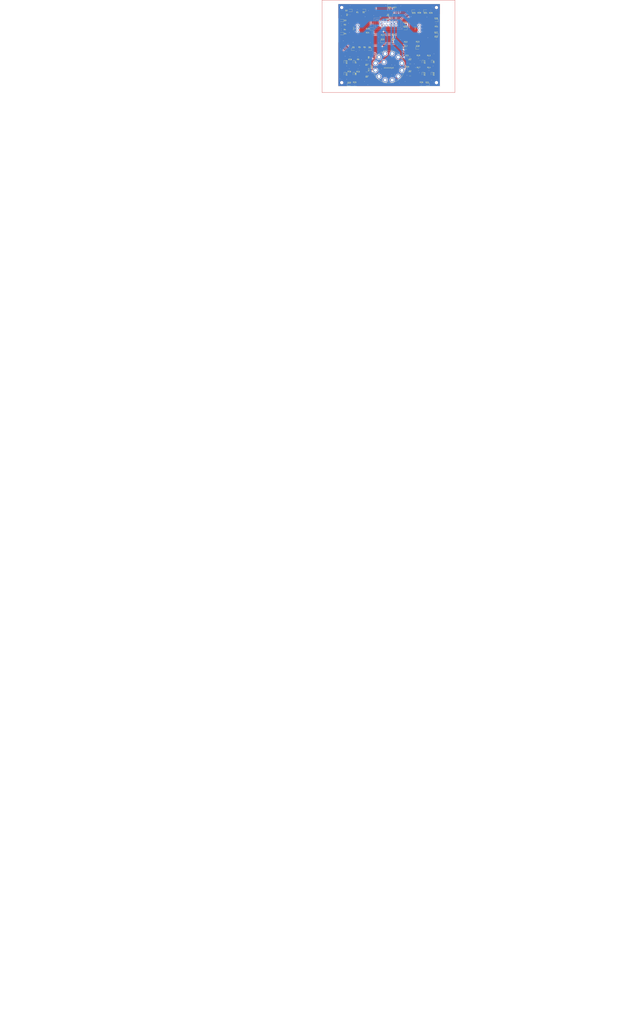
<source format=kicad_pcb>
(kicad_pcb
	(version 20240108)
	(generator "pcbnew")
	(generator_version "8.0")
	(general
		(thickness 1.6)
		(legacy_teardrops no)
	)
	(paper "A4")
	(layers
		(0 "F.Cu" signal)
		(31 "B.Cu" signal)
		(34 "B.Paste" user)
		(35 "F.Paste" user)
		(36 "B.SilkS" user "B.Silkscreen")
		(37 "F.SilkS" user "F.Silkscreen")
		(38 "B.Mask" user)
		(39 "F.Mask" user)
		(44 "Edge.Cuts" user)
		(45 "Margin" user)
		(46 "B.CrtYd" user "B.Courtyard")
		(47 "F.CrtYd" user "F.Courtyard")
		(48 "B.Fab" user)
		(49 "F.Fab" user)
	)
	(setup
		(stackup
			(layer "F.SilkS"
				(type "Top Silk Screen")
				(color "White")
			)
			(layer "F.Paste"
				(type "Top Solder Paste")
			)
			(layer "F.Mask"
				(type "Top Solder Mask")
				(color "Black")
				(thickness 0.01)
			)
			(layer "F.Cu"
				(type "copper")
				(thickness 0.035)
			)
			(layer "dielectric 1"
				(type "core")
				(thickness 1.51)
				(material "FR4")
				(epsilon_r 4.5)
				(loss_tangent 0.02)
			)
			(layer "B.Cu"
				(type "copper")
				(thickness 0.035)
			)
			(layer "B.Mask"
				(type "Bottom Solder Mask")
				(color "Black")
				(thickness 0.01)
			)
			(layer "B.Paste"
				(type "Bottom Solder Paste")
			)
			(layer "B.SilkS"
				(type "Bottom Silk Screen")
				(color "White")
			)
			(copper_finish "None")
			(dielectric_constraints yes)
		)
		(pad_to_mask_clearance 0)
		(allow_soldermask_bridges_in_footprints no)
		(aux_axis_origin 83.75 126.71)
		(grid_origin 83.75 126.71)
		(pcbplotparams
			(layerselection 0x00010fc_ffffffff)
			(plot_on_all_layers_selection 0x0000000_00000000)
			(disableapertmacros no)
			(usegerberextensions no)
			(usegerberattributes yes)
			(usegerberadvancedattributes yes)
			(creategerberjobfile yes)
			(dashed_line_dash_ratio 12.000000)
			(dashed_line_gap_ratio 3.000000)
			(svgprecision 4)
			(plotframeref no)
			(viasonmask no)
			(mode 1)
			(useauxorigin no)
			(hpglpennumber 1)
			(hpglpenspeed 20)
			(hpglpendiameter 15.000000)
			(pdf_front_fp_property_popups yes)
			(pdf_back_fp_property_popups yes)
			(dxfpolygonmode yes)
			(dxfimperialunits yes)
			(dxfusepcbnewfont yes)
			(psnegative no)
			(psa4output no)
			(plotreference yes)
			(plotvalue yes)
			(plotfptext yes)
			(plotinvisibletext no)
			(sketchpadsonfab no)
			(subtractmaskfromsilk no)
			(outputformat 1)
			(mirror no)
			(drillshape 1)
			(scaleselection 1)
			(outputdirectory "")
		)
	)
	(net 0 "")
	(net 1 "/ENG 1 Master")
	(net 2 "GND")
	(net 3 "/ENG 2 Master")
	(net 4 "/LED_PWR")
	(net 5 "Net-(D1-A)")
	(net 6 "Net-(D2-A)")
	(net 7 "Net-(D3-A)")
	(net 8 "Net-(D4-A)")
	(net 9 "Net-(D5-A)")
	(net 10 "Net-(D6-A)")
	(net 11 "Net-(D7-K)")
	(net 12 "Net-(D8-K)")
	(net 13 "Net-(D9-K)")
	(net 14 "Net-(D10-K)")
	(net 15 "/PWM_1")
	(net 16 "VBUS")
	(net 17 "Net-(D15-A)")
	(net 18 "/ENG 1 Fire")
	(net 19 "/ENG 1 Fault")
	(net 20 "Net-(D16-A)")
	(net 21 "/ENG 2 Fire")
	(net 22 "/ENG 2 Fault")
	(net 23 "+3V3")
	(net 24 "/MODE Start")
	(net 25 "Net-(D11-K)")
	(net 26 "Net-(D12-K)")
	(net 27 "Net-(D13-K)")
	(net 28 "Net-(D14-K)")
	(net 29 "Net-(D13-A)")
	(net 30 "Net-(D11-A)")
	(net 31 "Net-(D14-A)")
	(net 32 "Net-(D10-A)")
	(net 33 "Net-(D17-A)")
	(net 34 "Net-(D18-A)")
	(net 35 "Net-(D19-A)")
	(net 36 "Net-(D20-A)")
	(net 37 "Net-(D21-A)")
	(net 38 "Net-(D22-A)")
	(net 39 "Net-(D23-A)")
	(net 40 "Net-(D24-A)")
	(net 41 "Net-(D25-A)")
	(net 42 "Net-(D26-A)")
	(net 43 "Net-(D27-A)")
	(net 44 "/MODE Crank")
	(net 45 "unconnected-(SW3-Pad2)")
	(net 46 "unconnected-(SW3-Pad3)")
	(net 47 "unconnected-(SW3-Pad5)")
	(net 48 "unconnected-(SW3-Pad6)")
	(net 49 "unconnected-(SW3-Pad7)")
	(net 50 "unconnected-(SW3-Pad8)")
	(net 51 "unconnected-(SW3-Pad9)")
	(net 52 "unconnected-(SW3-Pad10)")
	(net 53 "unconnected-(SW3-Pad11)")
	(net 54 "unconnected-(SW3-Pad12)")
	(footprint "LED_SMD:LED_0805_2012Metric" (layer "F.Cu") (at 105.85 120.31))
	(footprint "LED_SMD:LED_0805_2012Metric" (layer "F.Cu") (at 169.3125 120.145 180))
	(footprint "Resistor_SMD:R_0805_2012Metric" (layer "F.Cu") (at 114.1375 91.51 180))
	(footprint "Resistor_SMD:R_0603_1608Metric" (layer "F.Cu") (at 153.15 107.31))
	(footprint "LED_SMD:LED_0805_2012Metric" (layer "F.Cu") (at 117.65 60.01 180))
	(footprint "LED_SMD:LED_0603_1608Metric" (layer "F.Cu") (at 173.25 101.9225 -90))
	(footprint "MountingHole:MountingHole_2.2mm_M2" (layer "F.Cu") (at 176.75 118.71))
	(footprint "LED_SMD:LED_0805_2012Metric" (layer "F.Cu") (at 141.6125 85.21))
	(footprint "Package_TO_SOT_SMD:SOT-23-3" (layer "F.Cu") (at 119.9125 101.96 180))
	(footprint "LED_SMD:LED_0603_1608Metric" (layer "F.Cu") (at 165.75 101.9225 -90))
	(footprint "Resistor_SMD:R_0603_1608Metric" (layer "F.Cu") (at 152.925 98.11))
	(footprint "Resistor_SMD:R_0805_2012Metric" (layer "F.Cu") (at 118.3375 91.61))
	(footprint "LED_SMD:LED_0805_2012Metric" (layer "F.Cu") (at 161.5125 90.61))
	(footprint "Resistor_SMD:R_0805_2012Metric" (layer "F.Cu") (at 142.95 56.11 180))
	(footprint "LED_SMD:LED_0805_2012Metric" (layer "F.Cu") (at 124.34 75.115))
	(footprint "Resistor_SMD:R_0805_2012Metric" (layer "F.Cu") (at 172.15 60.51 180))
	(footprint "Resistor_SMD:R_0805_2012Metric" (layer "F.Cu") (at 132.9875 81.71))
	(footprint "LED_SMD:LED_0805_2012Metric" (layer "F.Cu") (at 176.45 79.61 180))
	(footprint "Resistor_SMD:R_0805_2012Metric" (layer "F.Cu") (at 113 108.21 180))
	(footprint "Resistor_SMD:R_0805_2012Metric" (layer "F.Cu") (at 112.45 60.01))
	(footprint "NiasStuff:C&K_Rotary_Switches" (layer "F.Cu") (at 137.901115 105.861115 90))
	(footprint "LED_SMD:LED_0603_1608Metric" (layer "F.Cu") (at 102.35 102.1225 -90))
	(footprint "Resistor_SMD:R_0805_2012Metric" (layer "F.Cu") (at 105.75 63.5975 90))
	(footprint "Resistor_SMD:R_0805_2012Metric" (layer "F.Cu") (at 164.5375 120.11))
	(footprint "Package_TO_SOT_SMD:SOT-23-3" (layer "F.Cu") (at 155.3125 102.01))
	(footprint "MountingHole:MountingHole_2.2mm_M2" (layer "F.Cu") (at 99.75 57.71))
	(footprint "LED_SMD:LED_0805_2012Metric" (layer "F.Cu") (at 122.4125 91.61 180))
	(footprint "Resistor_SMD:R_0603_1608Metric" (layer "F.Cu") (at 123.35 108.685 90))
	(footprint "Resistor_SMD:R_0805_2012Metric" (layer "F.Cu") (at 170.5375 98.41))
	(footprint "LED_SMD:LED_0603_1608Metric" (layer "F.Cu") (at 109.75 102.1225 -90))
	(footprint "Resistor_SMD:R_0805_2012Metric" (layer "F.Cu") (at 176.55 83.21))
	(footprint "Package_TO_SOT_SMD:SOT-23-3" (layer "F.Cu") (at 155.3125 111.71))
	(footprint "Resistor_SMD:R_0805_2012Metric" (layer "F.Cu") (at 161.45 87.21))
	(footprint "MountingHole:MountingHole_2.2mm_M2" (layer "F.Cu") (at 99.75 118.71))
	(footprint "Resistor_SMD:R_0805_2012Metric" (layer "F.Cu") (at 110.26 120.265 180))
	(footprint "LED_SMD:LED_0805_2012Metric" (layer "F.Cu") (at 138.65 56.11))
	(footprint "Resistor_SMD:R_0805_2012Metric" (layer "F.Cu") (at 176.6375 71.41))
	(footprint "Resistor_SMD:R_0805_2012Metric" (layer "F.Cu") (at 106.4625 98.31 180))
	(footprint "LED_SMD:LED_0805_2012Metric" (layer "F.Cu") (at 151.84 90.635))
	(footprint "LED_SMD:LED_0603_1608Metric"
		(locked yes)
		(layer "F.Cu")
		(uuid "827b074d-15f3-4946-9ba5-dcf0acd9342f")
		(at 109.75 111.7225 -90)
		(descr "LED SMD 0603 (1608 Metric), square (rectangular) end terminal, IPC_7351 nominal, (Body size source: http://www.tortai-tech.com/upload/download/2011102023233369053.pdf), generated with kicad-footprint-generator")
		(tags "LED")
		(property "Reference" "D8"
			(at 0 -1.43 90)
			(layer "F.SilkS")
			(uuid "d49ecd13-2e74-49ed-8538-8d4fc34e561c")
			(effects
				(font
					(size 1 1)
					(thickness 0.15)
				)
			)
		)
		(property "Value" "LED orange"
			(at 0 1.43 90)
			(layer "F.Fab")
			(uuid "5dea2e9c-02ba-4289-9562-28e03050a269")
			(effects
				(font
					(size 1 1)
					(thickness 0.15)
				)
			)
		)
		(property "Footprint" "LED_SMD:LED_0603_1608Metric"
			(at 0 0 -90)
			(unlocked yes)
			(layer "F.Fab")
			(hide yes)
			(uuid "fe367651-6cb3-4e0b-b1df-28d27250c2c3")
			(effects
				(font
					(size 1.27 1.27)
				)
			)
		)
		(property "Datasheet" "https://datasheet.lcsc.com/lcsc/1810201530_BrtLed-Bright-LED-Elec-BL-HKC36G-AV-TRB_C165981.pdf"
			(at 0 0 -90)
			(unlocked yes)
			(layer "F.Fab")
			(hide yes)
			(uuid "200f651e-4166-4cd0-888a-d2ec40417a34")
			(effects
				(font
					(size 1.27 1.27)
				)
			)
		)
		(property "Description" ""
			(at 0 0 -90)
			(unlocked yes)
			(layer "F.Fab")
			(hide yes)
			(uuid "2ef1d732-d674-43e5-a9dc-e5dcbfb7e23e")
			(effects
				(font
					(size 1.27 1.27)
				)
			)
		)
		(property "JLCPCB Part" "C165981"
			(at 0 0 0)
			(layer "F.Fab")
			(hide yes)
			(uuid "b8d94fe5-321d-4566-83db-a1288f445394")
			(effects
				(font
					(size 1 1)
					(thickness 0.15)
				)
			)
		)
		(property "Manufracturer" "BrtLed(Bright LED Elec)"
			(at 0 0 0)
			(layer "F.Fab")
			(hide yes)
			(uuid "1871ad8a-e0e3-4776-b7a5-d8beb10cf941")
			(effects
				(font
					(size 1 1)
					(thickness 0.15)
				)
			)
		)
		(property "Manufracturer Part Number" "BL-HKC36G-AV-TRB"
			(at 0 0 0)
			(layer "F.Fab")
			(hide yes)
			(uuid "e63605c3-726e-4aae-8ec2-d2a55e680106")
			(effects
				(font
					(size 1 1)
					(thickness 0.15)
				)
			)
		)
		(property ki_fp_filters "LED* LED_SMD:* LED_THT:*")
		(path "/e7581cbf-69f8-45dd-821e-e7b98614160f")
		(sheetname "Root")
		(sheetfile "115VU.kicad_sch")
		(attr smd)
		(fp_line
			(start -1.485 0.735)
			(end 0.8 0.735)
			(stroke
				(width 0.12)
				(type solid)
			)
			(layer "F.SilkS")
			(uuid "11a97e68-9cfe-433c-b34c-29bf885d4b26")
		)
		(fp_line
			(start -1.485 -0.735)
			(end -1.485 0.735)
			(stroke
				(width 0.12)
				(type solid)
			)
			(layer "F.SilkS")
			(uuid "1a4d77a8-dffd-40dc-89ae-b147d5f476ca")
		)
		(fp_line
			(start 0.8 -0.735)
			(end -1.485 -0.735)
			(stroke
				(width 0.12)
				(type solid)
			)
			(layer "F.SilkS")
			(uuid "0aaf7adb-7677-4042-a3c1-e0909e19cd3f")
		)
		(fp_line
			(start -1.48 0.73)
			(end -1.48 -0.73)
			(stroke
				(width 0.05)
				(type solid)
			)
			(layer "F.CrtYd")
			(uuid "2d212fab-
... [1147266 chars truncated]
</source>
